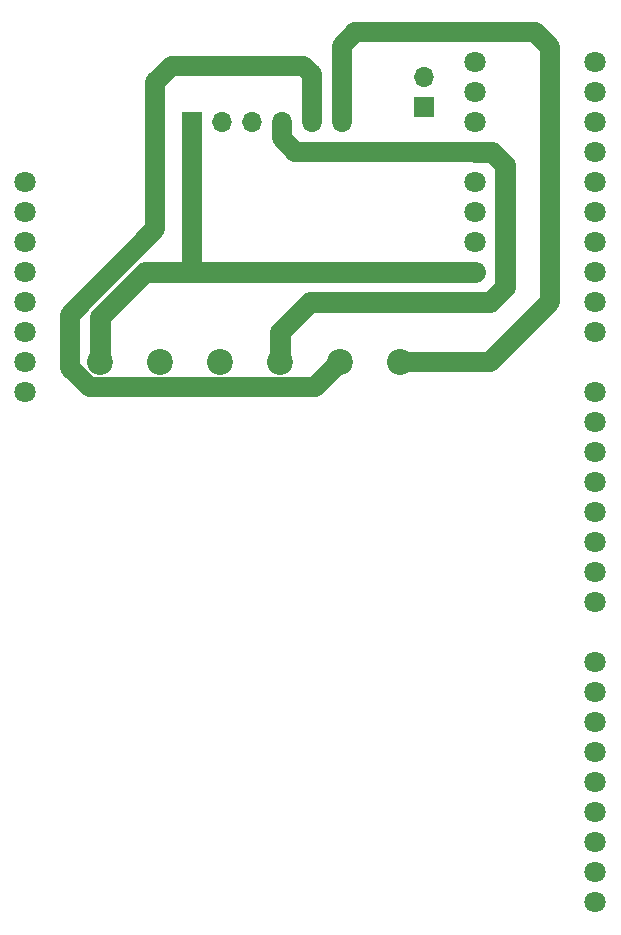
<source format=gbr>
%TF.GenerationSoftware,KiCad,Pcbnew,(6.0.4)*%
%TF.CreationDate,2022-07-05T11:48:25-05:00*%
%TF.ProjectId,nRF52_DK_programmer_shield_v002,6e524635-325f-4444-9b5f-70726f677261,rev?*%
%TF.SameCoordinates,Original*%
%TF.FileFunction,Copper,L2,Bot*%
%TF.FilePolarity,Positive*%
%FSLAX46Y46*%
G04 Gerber Fmt 4.6, Leading zero omitted, Abs format (unit mm)*
G04 Created by KiCad (PCBNEW (6.0.4)) date 2022-07-05 11:48:25*
%MOMM*%
%LPD*%
G01*
G04 APERTURE LIST*
%TA.AperFunction,ComponentPad*%
%ADD10R,1.700000X1.700000*%
%TD*%
%TA.AperFunction,ComponentPad*%
%ADD11O,1.700000X1.700000*%
%TD*%
%TA.AperFunction,ComponentPad*%
%ADD12C,1.800000*%
%TD*%
%TA.AperFunction,ComponentPad*%
%ADD13C,2.200000*%
%TD*%
%TA.AperFunction,Conductor*%
%ADD14C,1.700000*%
%TD*%
%TA.AperFunction,Conductor*%
%ADD15C,1.800000*%
%TD*%
G04 APERTURE END LIST*
D10*
%TO.P,J1,1,Pin_1*%
%TO.N,VCC*%
X155356600Y-56340000D03*
D11*
%TO.P,J1,2,Pin_2*%
%TO.N,Net-(U1-Pad14)*%
X155356600Y-53800000D03*
%TD*%
D12*
%TO.P,U1,1,NC*%
%TO.N,unconnected-(U1-Pad1)*%
X121600000Y-80490000D03*
%TO.P,U1,2,GND*%
%TO.N,GND*%
X121600000Y-77950000D03*
%TO.P,U1,3,GND*%
X121600000Y-75410000D03*
%TO.P,U1,4,5V*%
%TO.N,unconnected-(U1-Pad4)*%
X121600000Y-72870000D03*
%TO.P,U1,5,VCC*%
%TO.N,unconnected-(U1-Pad5)*%
X121600000Y-70330000D03*
%TO.P,U1,6,RESET*%
%TO.N,unconnected-(U1-Pad6)*%
X121600000Y-67790000D03*
%TO.P,U1,7,VCC*%
%TO.N,unconnected-(U1-Pad7)*%
X121600000Y-65250000D03*
%TO.P,U1,8,VDD*%
%TO.N,unconnected-(U1-Pad8)*%
X121600000Y-62710000D03*
%TO.P,U1,9,GND_DETECT*%
%TO.N,GND*%
X159700000Y-70330000D03*
%TO.P,U1,10,RESET*%
%TO.N,unconnected-(U1-Pad10)*%
X159700000Y-67790000D03*
%TO.P,U1,11,SWO*%
%TO.N,unconnected-(U1-Pad11)*%
X159700000Y-65250000D03*
%TO.P,U1,12,SWDCLK*%
%TO.N,SWDCLK*%
X159700000Y-62710000D03*
%TO.P,U1,13,SWDIO*%
%TO.N,SWDIO*%
X159700000Y-60170000D03*
%TO.P,U1,14,VTG*%
%TO.N,Net-(U1-Pad14)*%
X159700000Y-57630000D03*
%TO.P,U1,15,VDD*%
X159700000Y-55090000D03*
%TO.P,U1,16,VDD_nRF*%
%TO.N,unconnected-(U1-Pad16)*%
X159700000Y-52550000D03*
%TO.P,U1,17*%
%TO.N,N/C*%
X169860000Y-123670000D03*
%TO.P,U1,18*%
X169860000Y-121130000D03*
%TO.P,U1,19*%
X169860000Y-118590000D03*
%TO.P,U1,20*%
X169860000Y-116050000D03*
%TO.P,U1,21,TXO_((P06)*%
%TO.N,TXO*%
X169860000Y-113510000D03*
%TO.P,U1,22*%
%TO.N,N/C*%
X169860000Y-110970000D03*
%TO.P,U1,23,RXI_(P08)*%
%TO.N,RXI*%
X169860000Y-108430000D03*
%TO.P,U1,24*%
%TO.N,N/C*%
X169860000Y-105890000D03*
%TO.P,U1,25*%
X169860000Y-103350000D03*
%TO.P,U1,26*%
X169860000Y-98270000D03*
%TO.P,U1,27*%
X169860000Y-95730000D03*
%TO.P,U1,28*%
X169860000Y-93190000D03*
%TO.P,U1,29*%
X169860000Y-90650000D03*
%TO.P,U1,30*%
X169860000Y-88110000D03*
%TO.P,U1,31*%
X169860000Y-85570000D03*
%TO.P,U1,32*%
X169860000Y-83030000D03*
%TO.P,U1,33*%
X169860000Y-80490000D03*
%TO.P,U1,34*%
X169860000Y-75410000D03*
%TO.P,U1,35*%
X169860000Y-72870000D03*
%TO.P,U1,36*%
X169860000Y-70330000D03*
%TO.P,U1,37*%
X169860000Y-67790000D03*
%TO.P,U1,38*%
X169860000Y-65250000D03*
%TO.P,U1,39*%
X169860000Y-62710000D03*
%TO.P,U1,40*%
X169860000Y-60170000D03*
%TO.P,U1,41*%
X169860000Y-57630000D03*
%TO.P,U1,42*%
X169860000Y-55090000D03*
%TO.P,U1,43*%
X169860000Y-52550000D03*
%TD*%
D10*
%TO.P,U3,1,GND*%
%TO.N,GND*%
X135671600Y-57605000D03*
D11*
%TO.P,U3,2,VCC*%
%TO.N,VCC*%
X138211600Y-57605000D03*
%TO.P,U3,3,SWCLK*%
%TO.N,SWDCLK*%
X140751600Y-57605000D03*
%TO.P,U3,4,SWDIO*%
%TO.N,SWDIO*%
X143291600Y-57605000D03*
%TO.P,U3,5,TXO*%
%TO.N,TXO*%
X145831600Y-57605000D03*
%TO.P,U3,6,RXI*%
%TO.N,RXI*%
X148371600Y-57605000D03*
%TD*%
D13*
%TO.P,U2,1,GND*%
%TO.N,GND*%
X127950000Y-77950000D03*
%TO.P,U2,2,VCC*%
%TO.N,VCC*%
X133030000Y-77950000D03*
%TO.P,U2,3,SWCLK*%
%TO.N,SWDCLK*%
X138110000Y-77950000D03*
%TO.P,U2,4,SWDIO*%
%TO.N,SWDIO*%
X143190000Y-77950000D03*
%TO.P,U2,5,TXO*%
%TO.N,TXO*%
X148270000Y-77950000D03*
%TO.P,U2,6,RXI*%
%TO.N,RXI*%
X153350000Y-77950000D03*
%TD*%
D14*
%TO.N,GND*%
X135671600Y-57605000D02*
X135671600Y-70253800D01*
X135671600Y-70253800D02*
X135595400Y-70330000D01*
D15*
X135595400Y-70330000D02*
X131760000Y-70330000D01*
X127950000Y-74140000D02*
X127950000Y-77950000D01*
X131760000Y-70330000D02*
X127950000Y-74140000D01*
X159700000Y-70330000D02*
X135595400Y-70330000D01*
%TO.N,SWDIO*%
X161113869Y-60170000D02*
X159700000Y-60170000D01*
X162240000Y-71600000D02*
X162240000Y-61296131D01*
D14*
X143291600Y-59001600D02*
X144460000Y-60170000D01*
D15*
X162240000Y-61296131D02*
X161113869Y-60170000D01*
X160970000Y-72870000D02*
X162240000Y-71600000D01*
X143190000Y-77950000D02*
X143190000Y-75410000D01*
X143190000Y-75410000D02*
X145730000Y-72870000D01*
D14*
X144460000Y-60170000D02*
X159700000Y-60170000D01*
X143291600Y-57605000D02*
X143291600Y-59001600D01*
D15*
X145730000Y-72870000D02*
X160970000Y-72870000D01*
D14*
%TO.N,TXO*%
X146120489Y-80099511D02*
X148270000Y-77950000D01*
X125410000Y-73922962D02*
X125410000Y-78449869D01*
X132610020Y-54239980D02*
X132610020Y-66722942D01*
X145134170Y-52860289D02*
X133989711Y-52860289D01*
X145831600Y-57605000D02*
X145831600Y-53557719D01*
X132610020Y-66722942D02*
X125410000Y-73922962D01*
X145831600Y-53557719D02*
X145134170Y-52860289D01*
X125410000Y-78449869D02*
X127059642Y-80099511D01*
X133989711Y-52860289D02*
X132610020Y-54239980D01*
X127059642Y-80099511D02*
X146120489Y-80099511D01*
%TO.N,RXI*%
X164780000Y-50010000D02*
X166050000Y-51280000D01*
X160970000Y-77950000D02*
X153350000Y-77950000D01*
X166050000Y-51280000D02*
X166050000Y-72870000D01*
X148371600Y-57605000D02*
X148371600Y-51178400D01*
X166050000Y-72870000D02*
X160970000Y-77950000D01*
X148371600Y-51178400D02*
X149540000Y-50010000D01*
X149540000Y-50010000D02*
X164780000Y-50010000D01*
%TD*%
M02*

</source>
